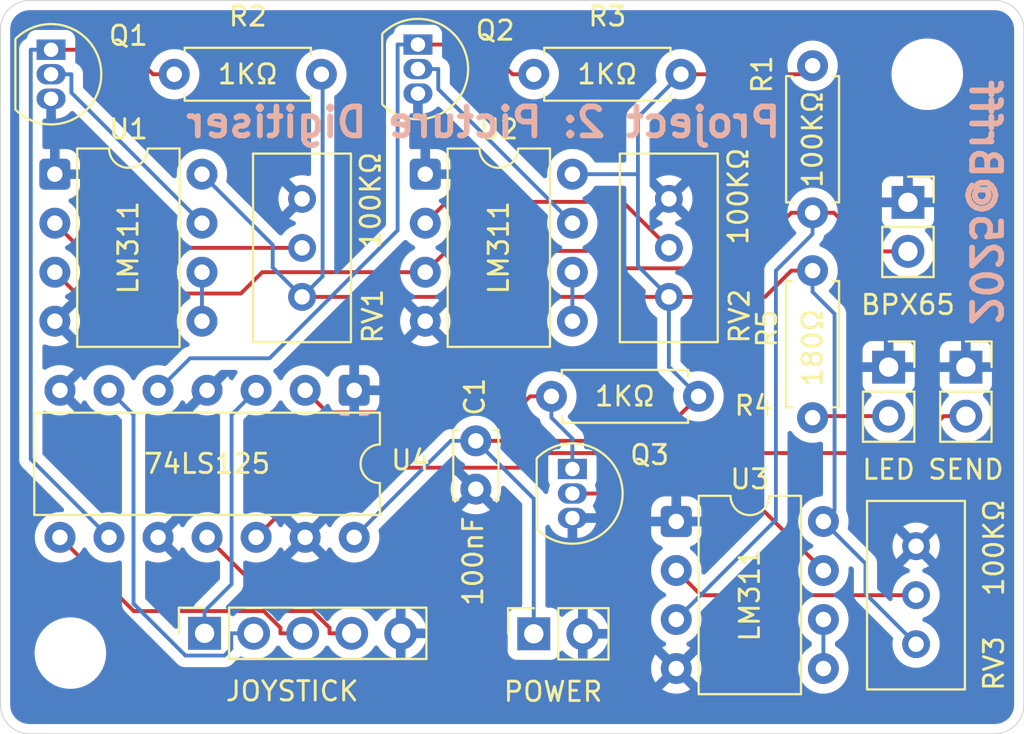
<source format=kicad_pcb>
(kicad_pcb (version 20241229) (generator "pcbnew") (generator_version "9.0")
  (layers (0 "F.Cu" signal) (2 "B.Cu" signal) (13 "F.Paste" user) (15 "B.Paste" user) (5 "F.SilkS" user "F.Silkscreen") (7 "B.SilkS" user "B.Silkscreen") (1 "F.Mask" user) (3 "B.Mask" user) (25 "Edge.Cuts" user))
  (net 0 "")
  (net 1 "+5V")
  (net 2 "GND")
  (net 3 "Net-(J1-Pin_2)")
  (net 4 "Net-(J2-Pin_3)")
  (net 5 "Net-(J2-Pin_4)")
  (net 6 "Net-(J2-Pin_1)")
  (net 7 "Net-(J2-Pin_2)")
  (net 8 "Net-(J4-Pin_2)")
  (net 9 "TO_D4")
  (net 10 "Net-(Q1-B)")
  (net 11 "Net-(Q2-B)")
  (net 12 "TO_D2")
  (net 13 "Net-(Q3-B)")
  (net 14 "TO_D0")
  (net 15 "Net-(U1-+)")
  (net 16 "Net-(U2-+)")
  (net 17 "Net-(U3-+)")
  (net 18 "Net-(J5-Pin_2)")
  (net 19 "Net-(U1-BAL)")
  (net 20 "Net-(U2-BAL)")
  (net 21 "Net-(U3-BAL)")
  (footprint "Package_DIP:DIP-8_W7.62mm" (layer "F.Cu") (at 79 63)
    (property "Reference" "U3" (at 3.805 -2.19 0) (layer "F.SilkS"))
    (property "Value" "LM311" (at 3.805 3.81 90) (layer "F.SilkS"))
    (fp_line (start 1.16 -1.33) (end 1.16 8.95) (stroke (width 0.12)) (layer "F.SilkS"))
    (fp_line (start 1.16 8.95) (end 6.46 8.95) (stroke (width 0.12)) (layer "F.SilkS"))
    (fp_line (start 2.81 -1.33) (end 1.16 -1.33) (stroke (width 0.12)) (layer "F.SilkS"))
    (fp_line (start 6.46 -1.33) (end 4.81 -1.33) (stroke (width 0.12)) (layer "F.SilkS"))
    (fp_line (start 6.46 8.95) (end 6.46 -1.33) (stroke (width 0.12)) (layer "F.SilkS"))
    (fp_arc (start 4.81 -1.33) (mid 3.81 -0.33) (end 2.81 -1.33) (stroke (width 0.12)) (layer "F.SilkS"))
    (pad "1" thru_hole roundrect (at 0 0) (size 1.6 1.6) (drill 0.8) (layers "*.Cu" "*.Mask") (roundrect_rratio 0.15625) (net 2 "GND"))
    (pad "2" thru_hole circle (at 0 2.54) (size 1.6 1.6) (drill 0.8) (layers "*.Cu" "*.Mask") (net 17 "Net-(U3-+)"))
    (pad "3" thru_hole circle (at 0 5.08) (size 1.6 1.6) (drill 0.8) (layers "*.Cu" "*.Mask") (net 3 "Net-(J1-Pin_2)"))
    (pad "4" thru_hole circle (at 0 7.62) (size 1.6 1.6) (drill 0.8) (layers "*.Cu" "*.Mask") (net 2 "GND"))
    (pad "5" thru_hole circle (at 7.62 7.62) (size 1.6 1.6) (drill 0.8) (layers "*.Cu" "*.Mask") (net 21 "Net-(U3-BAL)"))
    (pad "6" thru_hole circle (at 7.62 5.08) (size 1.6 1.6) (drill 0.8) (layers "*.Cu" "*.Mask") (net 21 "Net-(U3-BAL)"))
    (pad "7" thru_hole circle (at 7.62 2.54) (size 1.6 1.6) (drill 0.8) (layers "*.Cu" "*.Mask") (net 13 "Net-(Q3-B)"))
    (pad "8" thru_hole circle (at 7.62 0) (size 1.6 1.6) (drill 0.8) (layers "*.Cu" "*.Mask") (net 1 "+5V"))
  )
  (footprint "Package_DIP:DIP-8_W7.62mm" (layer "F.Cu") (at 46.815 45)
    (property "Reference" "U1" (at 3.81 -2.33 0) (layer "F.SilkS"))
    (property "Value" "LM311" (at 3.805 3.81 90) (layer "F.SilkS"))
    (fp_line (start 1.16 -1.33) (end 1.16 8.95) (stroke (width 0.12)) (layer "F.SilkS"))
    (fp_line (start 1.16 8.95) (end 6.46 8.95) (stroke (width 0.12)) (layer "F.SilkS"))
    (fp_line (start 2.81 -1.33) (end 1.16 -1.33) (stroke (width 0.12)) (layer "F.SilkS"))
    (fp_line (start 6.46 -1.33) (end 4.81 -1.33) (stroke (width 0.12)) (layer "F.SilkS"))
    (fp_line (start 6.46 8.95) (end 6.46 -1.33) (stroke (width 0.12)) (layer "F.SilkS"))
    (fp_arc (start 4.81 -1.33) (mid 3.81 -0.33) (end 2.81 -1.33) (stroke (width 0.12)) (layer "F.SilkS"))
    (pad "1" thru_hole roundrect (at 0 0) (size 1.6 1.6) (drill 0.8) (layers "*.Cu" "*.Mask") (roundrect_rratio 0.15625) (net 2 "GND"))
    (pad "2" thru_hole circle (at 0 2.54) (size 1.6 1.6) (drill 0.8) (layers "*.Cu" "*.Mask") (net 15 "Net-(U1-+)"))
    (pad "3" thru_hole circle (at 0 5.08) (size 1.6 1.6) (drill 0.8) (layers "*.Cu" "*.Mask") (net 3 "Net-(J1-Pin_2)"))
    (pad "4" thru_hole circle (at 0 7.62) (size 1.6 1.6) (drill 0.8) (layers "*.Cu" "*.Mask") (net 2 "GND"))
    (pad "5" thru_hole circle (at 7.62 7.62) (size 1.6 1.6) (drill 0.8) (layers "*.Cu" "*.Mask") (net 19 "Net-(U1-BAL)"))
    (pad "6" thru_hole circle (at 7.62 5.08) (size 1.6 1.6) (drill 0.8) (layers "*.Cu" "*.Mask") (net 19 "Net-(U1-BAL)"))
    (pad "7" thru_hole circle (at 7.62 2.54) (size 1.6 1.6) (drill 0.8) (layers "*.Cu" "*.Mask") (net 10 "Net-(Q1-B)"))
    (pad "8" thru_hole circle (at 7.62 0) (size 1.6 1.6) (drill 0.8) (layers "*.Cu" "*.Mask") (net 1 "+5V"))
  )
  (footprint "Potentiometer_THT:Potentiometer_Bourns_3296W_Vertical" (layer "F.Cu") (at 59.62 51.36 -90)
    (property "Reference" "RV1" (at 1 -3.66 90) (layer "F.SilkS"))
    (property "Value" "100KΩ" (at -5 -3.55 90) (layer "F.SilkS"))
    (fp_line (start -7.425 2.54) (end 2.345 2.54) (stroke (width 0.12)) (layer "F.SilkS"))
    (fp_line (start -7.425 -2.53) (end -7.425 2.54) (stroke (width 0.12)) (layer "F.SilkS"))
    (fp_line (start -7.425 -2.53) (end 2.345 -2.53) (stroke (width 0.12)) (layer "F.SilkS"))
    (fp_line (start 2.345 -2.53) (end 2.345 2.54) (stroke (width 0.12)) (layer "F.SilkS"))
    (pad "1" thru_hole circle (at 0 0 270) (size 1.44 1.44) (drill 0.8) (layers "*.Cu" "*.Mask") (net 1 "+5V"))
    (pad "2" thru_hole circle (at -2.54 0 270) (size 1.44 1.44) (drill 0.8) (layers "*.Cu" "*.Mask") (net 15 "Net-(U1-+)"))
    (pad "3" thru_hole circle (at -5.08 0 270) (size 1.44 1.44) (drill 0.8) (layers "*.Cu" "*.Mask") (net 2 "GND"))
  )
  (footprint "Resistor_THT:R_Axial_DIN0207_L6.3mm_D2.5mm_P7.62mm_Horizontal" (layer "F.Cu") (at 86.0601 39.38 -90)
    (property "Reference" "R1" (at 0.4484 2.62 90) (layer "F.SilkS"))
    (property "Value" "100KΩ" (at 3.81 0 90) (layer "F.SilkS"))
    (fp_line (start 0.54 1.37) (end 7.08 1.37) (stroke (width 0.12)) (layer "F.SilkS"))
    (fp_line (start 7.08 1.37) (end 7.08 1.04) (stroke (width 0.12)) (layer "F.SilkS"))
    (fp_line (start 0.54 1.04) (end 0.54 1.37) (stroke (width 0.12)) (layer "F.SilkS"))
    (fp_line (start 0.54 -1.04) (end 0.54 -1.37) (stroke (width 0.12)) (layer "F.SilkS"))
    (fp_line (start 0.54 -1.37) (end 7.08 -1.37) (stroke (width 0.12)) (layer "F.SilkS"))
    (fp_line (start 7.08 -1.37) (end 7.08 -1.04) (stroke (width 0.12)) (layer "F.SilkS"))
    (pad "1" thru_hole circle (at 0 0 270) (size 1.6 1.6) (drill 0.8) (layers "*.Cu" "*.Mask") (net 1 "+5V"))
    (pad "2" thru_hole oval (at 7.62 0 270) (size 1.6 1.6) (drill 0.8) (layers "*.Cu" "*.Mask") (net 3 "Net-(J1-Pin_2)"))
  )
  (footprint "Package_TO_SOT_THT:TO-92_Inline" (layer "F.Cu") (at 46.62 38.5516 -90)
    (property "Reference" "Q1" (at -0.73 -4 180) (layer "F.SilkS"))
    (property "Value" "ZTX300" (hide yes))
    (fp_line (start -0.53 1.85) (end 3.07 1.85) (stroke (width 0.12)) (layer "F.SilkS"))
    (fp_arc (start -0.568478 1.838478) (mid -1.132087 -0.994977) (end 1.27 -2.6) (stroke (width 0.12)) (layer "F.SilkS"))
    (fp_arc (start 1.27 -2.6) (mid 3.672087 -0.994977) (end 3.108478 1.838478) (stroke (width 0.12)) (layer "F.SilkS"))
    (pad "1" thru_hole rect (at 0 0 270) (size 1.05 1.5) (drill 0.75) (layers "*.Cu" "*.Mask") (net 9 "TO_D4"))
    (pad "2" thru_hole oval (at 1.27 0 270) (size 1.05 1.5) (drill 0.75) (layers "*.Cu" "*.Mask") (net 10 "Net-(Q1-B)"))
    (pad "3" thru_hole oval (at 2.54 0 270) (size 1.05 1.5) (drill 0.75) (layers "*.Cu" "*.Mask") (net 2 "GND"))
  )
  (footprint "Connector_PinSocket_2.54mm:PinSocket_1x05_P2.54mm_Vertical" (layer "F.Cu") (at 54.57 68.7966 90)
    (property "Reference" "J2" (hide yes))
    (property "Value" "JOYSTICK" (at -3 4.54 180) (layer "F.SilkS"))
    (fp_line (start 1.33 -1.33) (end 1.33 0) (stroke (width 0.12)) (layer "F.SilkS"))
    (fp_line (start 0 -1.33) (end 1.33 -1.33) (stroke (width 0.12)) (layer "F.SilkS"))
    (fp_line (start 1.33 1.27) (end 1.33 11.49) (stroke (width 0.12)) (layer "F.SilkS"))
    (fp_line (start -1.33 1.27) (end 1.33 1.27) (stroke (width 0.12)) (layer "F.SilkS"))
    (fp_line (start -1.33 1.27) (end -1.33 11.49) (stroke (width 0.12)) (layer "F.SilkS"))
    (fp_line (start -1.33 11.49) (end 1.33 11.49) (stroke (width 0.12)) (layer "F.SilkS"))
    (pad "1" thru_hole rect (at 0 0 90) (size 1.7 1.7) (drill 1) (layers "*.Cu" "*.Mask") (net 6 "Net-(J2-Pin_1)"))
    (pad "2" thru_hole oval (at 0 2.54 90) (size 1.7 1.7) (drill 1) (layers "*.Cu" "*.Mask") (net 7 "Net-(J2-Pin_2)"))
    (pad "3" thru_hole oval (at 0 5.08 90) (size 1.7 1.7) (drill 1) (layers "*.Cu" "*.Mask") (net 4 "Net-(J2-Pin_3)"))
    (pad "4" thru_hole oval (at 0 7.62 90) (size 1.7 1.7) (drill 1) (layers "*.Cu" "*.Mask") (net 5 "Net-(J2-Pin_4)"))
    (pad "5" thru_hole oval (at 0 10.16 90) (size 1.7 1.7) (drill 1) (layers "*.Cu" "*.Mask") (net 2 "GND"))
  )
  (footprint "Package_TO_SOT_THT:TO-92_Inline" (layer "F.Cu") (at 65.62 38.2816 -90)
    (property "Reference" "Q2" (at -0.73 -4 180) (layer "F.SilkS"))
    (property "Value" "ZTX300" (hide yes))
    (fp_line (start -0.53 1.85) (end 3.07 1.85) (stroke (width 0.12)) (layer "F.SilkS"))
    (fp_arc (start -0.568478 1.838478) (mid -1.132087 -0.994977) (end 1.27 -2.6) (stroke (width 0.12)) (layer "F.SilkS"))
    (fp_arc (start 1.27 -2.6) (mid 3.672087 -0.994977) (end 3.108478 1.838478) (stroke (width 0.12)) (layer "F.SilkS"))
    (pad "1" thru_hole rect (at 0 0 270) (size 1.05 1.5) (drill 0.75) (layers "*.Cu" "*.Mask") (net 12 "TO_D2"))
    (pad "2" thru_hole oval (at 1.27 0 270) (size 1.05 1.5) (drill 0.75) (layers "*.Cu" "*.Mask") (net 11 "Net-(Q2-B)"))
    (pad "3" thru_hole oval (at 2.54 0 270) (size 1.05 1.5) (drill 0.75) (layers "*.Cu" "*.Mask") (net 2 "GND"))
  )
  (footprint "Resistor_THT:R_Axial_DIN0207_L6.3mm_D2.5mm_P7.62mm_Horizontal" (layer "F.Cu") (at 86.0601 57.62 90)
    (property "Reference" "R5" (at 4.62 -2.37 90) (layer "F.SilkS"))
    (property "Value" "180Ω" (at 3.62 0 90) (layer "F.SilkS"))
    (fp_line (start 7.08 -1.37) (end 7.08 -1.04) (stroke (width 0.12)) (layer "F.SilkS"))
    (fp_line (start 0.54 -1.37) (end 7.08 -1.37) (stroke (width 0.12)) (layer "F.SilkS"))
    (fp_line (start 0.54 -1.04) (end 0.54 -1.37) (stroke (width 0.12)) (layer "F.SilkS"))
    (fp_line (start 0.54 1.04) (end 0.54 1.37) (stroke (width 0.12)) (layer "F.SilkS"))
    (fp_line (start 7.08 1.37) (end 7.08 1.04) (stroke (width 0.12)) (layer "F.SilkS"))
    (fp_line (start 0.54 1.37) (end 7.08 1.37) (stroke (width 0.12)) (layer "F.SilkS"))
    (pad "1" thru_hole circle (at 0 0 90) (size 1.6 1.6) (drill 0.8) (layers "*.Cu" "*.Mask") (net 8 "Net-(J4-Pin_2)"))
    (pad "2" thru_hole oval (at 7.62 0 90) (size 1.6 1.6) (drill 0.8) (layers "*.Cu" "*.Mask") (net 1 "+5V"))
  )
  (footprint "Resistor_THT:R_Axial_DIN0207_L6.3mm_D2.5mm_P7.62mm_Horizontal" (layer "F.Cu") (at 60.62 39.8216 180)
    (property "Reference" "R2" (at 3.81 3 0) (layer "F.SilkS"))
    (property "Value" "1KΩ" (at 3.81 0 0) (layer "F.SilkS"))
    (fp_line (start 7.08 1.37) (end 7.08 1.04) (stroke (width 0.12)) (layer "F.SilkS"))
    (fp_line (start 7.08 -1.37) (end 7.08 -1.04) (stroke (width 0.12)) (layer "F.SilkS"))
    (fp_line (start 0.54 1.37) (end 7.08 1.37) (stroke (width 0.12)) (layer "F.SilkS"))
    (fp_line (start 0.54 1.04) (end 0.54 1.37) (stroke (width 0.12)) (layer "F.SilkS"))
    (fp_line (start 0.54 -1.04) (end 0.54 -1.37) (stroke (width 0.12)) (layer "F.SilkS"))
    (fp_line (start 0.54 -1.37) (end 7.08 -1.37) (stroke (width 0.12)) (layer "F.SilkS"))
    (pad "1" thru_hole circle (at 0 0 180) (size 1.6 1.6) (drill 0.8) (layers "*.Cu" "*.Mask") (net 1 "+5V"))
    (pad "2" thru_hole oval (at 7.62 0 180) (size 1.6 1.6) (drill 0.8) (layers "*.Cu" "*.Mask") (net 9 "TO_D4"))
  )
  (footprint "Package_DIP:DIP-8_W7.62mm" (layer "F.Cu") (at 66 45)
    (property "Reference" "U2" (at 3.81 -2.33 0) (layer "F.SilkS"))
    (property "Value" "LM311" (at 3.805 3.81 90) (layer "F.SilkS"))
    (fp_line (start 1.16 -1.33) (end 1.16 8.95) (stroke (width 0.12)) (layer "F.SilkS"))
    (fp_line (start 1.16 8.95) (end 6.46 8.95) (stroke (width 0.12)) (layer "F.SilkS"))
    (fp_line (start 2.81 -1.33) (end 1.16 -1.33) (stroke (width 0.12)) (layer "F.SilkS"))
    (fp_line (start 6.46 -1.33) (end 4.81 -1.33) (stroke (width 0.12)) (layer "F.SilkS"))
    (fp_line (start 6.46 8.95) (end 6.46 -1.33) (stroke (width 0.12)) (layer "F.SilkS"))
    (fp_arc (start 4.81 -1.33) (mid 3.81 -0.33) (end 2.81 -1.33) (stroke (width 0.12)) (layer "F.SilkS"))
    (pad "1" thru_hole roundrect (at 0 0) (size 1.6 1.6) (drill 0.8) (layers "*.Cu" "*.Mask") (roundrect_rratio 0.15625) (net 2 "GND"))
    (pad "2" thru_hole circle (at 0 2.54) (size 1.6 1.6) (drill 0.8) (layers "*.Cu" "*.Mask") (net 16 "Net-(U2-+)"))
    (pad "3" thru_hole circle (at 0 5.08) (size 1.6 1.6) (drill 0.8) (layers "*.Cu" "*.Mask") (net 3 "Net-(J1-Pin_2)"))
    (pad "4" thru_hole circle (at 0 7.62) (size 1.6 1.6) (drill 0.8) (layers "*.Cu" "*.Mask") (net 2 "GND"))
    (pad "5" thru_hole circle (at 7.62 7.62) (size 1.6 1.6) (drill 0.8) (layers "*.Cu" "*.Mask") (net 20 "Net-(U2-BAL)"))
    (pad "6" thru_hole circle (at 7.62 5.08) (size 1.6 1.6) (drill 0.8) (layers "*.Cu" "*.Mask") (net 20 "Net-(U2-BAL)"))
    (pad "7" thru_hole circle (at 7.62 2.54) (size 1.6 1.6) (drill 0.8) (layers "*.Cu" "*.Mask") (net 11 "Net-(Q2-B)"))
    (pad "8" thru_hole circle (at 7.62 0) (size 1.6 1.6) (drill 0.8) (layers "*.Cu" "*.Mask") (net 1 "+5V"))
  )
  (footprint "MountingHole:MountingHole_3.2mm_M3" (layer "F.Cu") (at 92 39.8216)
    (property "Reference" "H2" (hide yes))
    (property "Value" "MountingHole" (hide yes))
    (pad "" np_thru_hole circle (at 0 0) (size 3.2 3.2) (drill 3.2) (layers "*.Cu" "*.Mask"))
  )
  (footprint "Connector_PinSocket_2.54mm:PinSocket_1x02_P2.54mm_Vertical" (layer "F.Cu") (at 71.62 68.8216 90)
    (property "Reference" "J3" (hide yes))
    (property "Value" "POWER" (at -3 1 180) (layer "F.SilkS"))
    (fp_line (start 1.33 -1.33) (end 1.33 0) (stroke (width 0.12)) (layer "F.SilkS"))
    (fp_line (start 0 -1.33) (end 1.33 -1.33) (stroke (width 0.12)) (layer "F.SilkS"))
    (fp_line (start 1.33 1.27) (end 1.33 3.87) (stroke (width 0.12)) (layer "F.SilkS"))
    (fp_line (start -1.33 1.27) (end 1.33 1.27) (stroke (width 0.12)) (layer "F.SilkS"))
    (fp_line (start -1.33 1.27) (end -1.33 3.87) (stroke (width 0.12)) (layer "F.SilkS"))
    (fp_line (start -1.33 3.87) (end 1.33 3.87) (stroke (width 0.12)) (layer "F.SilkS"))
    (pad "1" thru_hole rect (at 0 0 90) (size 1.7 1.7) (drill 1) (layers "*.Cu" "*.Mask") (net 1 "+5V"))
    (pad "2" thru_hole oval (at 0 2.54 90) (size 1.7 1.7) (drill 1) (layers "*.Cu" "*.Mask") (net 2 "GND"))
  )
  (footprint "Potentiometer_THT:Potentiometer_Bourns_3296W_Vertical" (layer "F.Cu") (at 91.4209 69.36 -90)
    (property "Reference" "RV3" (at 1 -4.0305 90) (layer "F.SilkS"))
    (property "Value" "100KΩ" (at -5 -4.0305 90) (layer "F.SilkS"))
    (fp_line (start -7.425 2.54) (end 2.345 2.54) (stroke (width 0.12)) (layer "F.SilkS"))
    (fp_line (start -7.425 -2.53) (end -7.425 2.54) (stroke (width 0.12)) (layer "F.SilkS"))
    (fp_line (start -7.425 -2.53) (end 2.345 -2.53) (stroke (width 0.12)) (layer "F.SilkS"))
    (fp_line (start 2.345 -2.53) (end 2.345 2.54) (stroke (width 0.12)) (layer "F.SilkS"))
    (pad "1" thru_hole circle (at 0 0 270) (size 1.44 1.44) (drill 0.8) (layers "*.Cu" "*.Mask") (net 1 "+5V"))
    (pad "2" thru_hole circle (at -2.54 0 270) (size 1.44 1.44) (drill 0.8) (layers "*.Cu" "*.Mask") (net 17 "Net-(U3-+)"))
    (pad "3" thru_hole circle (at -5.08 0 270) (size 1.44 1.44) (drill 0.8) (layers "*.Cu" "*.Mask") (net 2 "GND"))
  )
  (footprint "Resistor_THT:R_Axial_DIN0207_L6.3mm_D2.5mm_P7.62mm_Horizontal" (layer "F.Cu") (at 80.1522 56.5147 180)
    (property "Reference" "R4" (at -2.847777 -0.485328 0) (layer "F.SilkS"))
    (property "Value" "1KΩ" (at 3.81 0 0) (layer "F.SilkS"))
    (fp_line (start 7.08 1.37) (end 7.08 1.04) (stroke (width 0.12)) (layer "F.SilkS"))
    (fp_line (start 7.08 -1.37) (end 7.08 -1.04) (stroke (width 0.12)) (layer "F.SilkS"))
    (fp_line (start 0.54 1.37) (end 7.08 1.37) (stroke (width 0.12)) (layer "F.SilkS"))
    (fp_line (start 0.54 1.04) (end 0.54 1.37) (stroke (width 0.12)) (layer "F.SilkS"))
    (fp_line (start 0.54 -1.04) (end 0.54 -1.37) (stroke (width 0.12)) (layer "F.SilkS"))
    (fp_line (start 0.54 -1.37) (end 7.08 -1.37) (stroke (width 0.12)) (layer "F.SilkS"))
    (pad "1" thru_hole circle (at 0 0 180) (size 1.6 1.6) (drill 0.8) (layers "*.Cu" "*.Mask") (net 1 "+5V"))
    (pad "2" thru_hole oval (at 7.62 0 180) (size 1.6 1.6) (drill 0.8) (layers "*.Cu" "*.Mask") (net 14 "TO_D0"))
  )
  (footprint "Capacitor_THT:C_Disc_D3.4mm_W2.1mm_P2.50mm" (layer "F.Cu") (at 68.62 58.8216 -90)
    (property "Reference" "C1" (at -2.284562 0.058159 90) (layer "F.SilkS"))
    (property "Value" "100nF" (at 6.231487 0.14409 90) (layer "F.SilkS"))
    (fp_line (start -0.57 1.17) (end 3.07 1.17) (stroke (width 0.12)) (layer "F.SilkS"))
    (fp_line (start -0.57 0.925) (end -0.57 1.17) (stroke (width 0.12)) (layer "F.SilkS"))
    (fp_line (start 3.07 0.925) (end 3.07 1.17) (stroke (width 0.12)) (layer "F.SilkS"))
    (fp_line (start -0.57 -1.17) (end -0.57 -0.925) (stroke (width 0.12)) (layer "F.SilkS"))
    (fp_line (start -0.57 -1.17) (end 3.07 -1.17) (stroke (width 0.12)) (layer "F.SilkS"))
    (fp_line (start 3.07 -1.17) (end 3.07 -0.925) (stroke (width 0.12)) (layer "F.SilkS"))
    (pad "1" thru_hole circle (at 0 0 270) (size 1.6 1.6) (drill 0.8) (layers "*.Cu" "*.Mask") (net 1 "+5V"))
    (pad "2" thru_hole circle (at 2.5 0 270) (size 1.6 1.6) (drill 0.8) (layers "*.Cu" "*.Mask") (net 2 "GND"))
  )
  (footprint "Package_DIP:DIP-14_W7.62mm" (layer "F.Cu") (at 62.32 56.2016 -90)
    (property "Reference" "U4" (at 3.62 -2.92 180) (layer "F.SilkS"))
    (property "Value" "74LS125" (at 3.805 7.62 0) (layer "F.SilkS"))
    (fp_line (start 1.16 16.57) (end 6.46 16.57) (stroke (width 0.12)) (layer "F.SilkS"))
    (fp_line (start 6.46 16.57) (end 6.46 -1.33) (stroke (width 0.12)) (layer "F.SilkS"))
    (fp_line (start 1.16 -1.33) (end 1.16 16.57) (stroke (width 0.12)) (layer "F.SilkS"))
    (fp_line (start 2.81 -1.33) (end 1.16 -1.33) (stroke (width 0.12)) (layer "F.SilkS"))
    (fp_line (start 6.46 -1.33) (end 4.81 -1.33) (stroke (width 0.12)) (layer "F.SilkS"))
    (fp_arc (start 4.81 -1.33) (mid 3.81 -0.33) (end 2.81 -1.33) (stroke (width 0.12)) (layer "F.SilkS"))
    (pad "1" thru_hole roundrect (at 0 0 270) (size 1.6 1.6) (drill 0.8) (layers "*.Cu" "*.Mask") (roundrect_rratio 0.15625) (net 2 "GND"))
    (pad "2" thru_hole circle (at 0 2.54 270) (size 1.6 1.6) (drill 0.8) (layers "*.Cu" "*.Mask") (net 14 "TO_D0"))
    (pad "3" thru_hole circle (at 0 5.08 270) (size 1.6 1.6) (drill 0.8) (layers "*.Cu" "*.Mask") (net 6 "Net-(J2-Pin_1)"))
    (pad "4" thru_hole circle (at 0 7.62 270) (size 1.6 1.6) (drill 0.8) (layers "*.Cu" "*.Mask") (net 2 "GND"))
    (pad "5" thru_hole circle (at 0 10.16 270) (size 1.6 1.6) (drill 0.8) (layers "*.Cu" "*.Mask") (net 12 "TO_D2"))
    (pad "6" thru_hole circle (at 0 12.7 270) (size 1.6 1.6) (drill 0.8) (layers "*.Cu" "*.Mask") (net 7 "Net-(J2-Pin_2)"))
    (pad "7" thru_hole circle (at 0 15.24 270) (size 1.6 1.6) (drill 0.8) (layers "*.Cu" "*.Mask") (net 2 "GND"))
    (pad "8" thru_hole circle (at 7.62 15.24 270) (size 1.6 1.6) (drill 0.8) (layers "*.Cu" "*.Mask") (net 4 "Net-(J2-Pin_3)"))
    (pad "9" thru_hole circle (at 7.62 12.7 270) (size 1.6 1.6) (drill 0.8) (layers "*.Cu" "*.Mask") (net 9 "TO_D4"))
    (pad "10" thru_hole circle (at 7.62 10.16 270) (size 1.6 1.6) (drill 0.8) (layers "*.Cu" "*.Mask") (net 2 "GND"))
    (pad "11" thru_hole circle (at 7.62 7.62 270) (size 1.6 1.6) (drill 0.8) (layers "*.Cu" "*.Mask") (net 5 "Net-(J2-Pin_4)"))
    (pad "12" thru_hole circle (at 7.62 5.08 270) (size 1.6 1.6) (drill 0.8) (layers "*.Cu" "*.Mask") (net 18 "Net-(J5-Pin_2)"))
    (pad "13" thru_hole circle (at 7.62 2.54 270) (size 1.6 1.6) (drill 0.8) (layers "*.Cu" "*.Mask") (net 2 "GND"))
    (pad "14" thru_hole circle (at 7.62 0 270) (size 1.6 1.6) (drill 0.8) (layers "*.Cu" "*.Mask") (net 1 "+5V"))
  )
  (footprint "Connector_PinSocket_2.54mm:PinSocket_1x02_P2.54mm_Vertical" (layer "F.Cu") (at 91 46.46)
    (property "Reference" "J1" (hide yes))
    (property "Value" "BPX65" (at 0 5.31 0) (layer "F.SilkS"))
    (fp_line (start -1.33 1.27) (end -1.33 3.87) (stroke (width 0.12)) (layer "F.SilkS"))
    (fp_line (start -1.33 1.27) (end 1.33 1.27) (stroke (width 0.12)) (layer "F.SilkS"))
    (fp_line (start -1.33 3.87) (end 1.33 3.87) (stroke (width 0.12)) (layer "F.SilkS"))
    (fp_line (start 0 -1.33) (end 1.33 -1.33) (stroke (width 0.12)) (layer "F.SilkS"))
    (fp_line (start 1.33 -1.33) (end 1.33 0) (stroke (width 0.12)) (layer "F.SilkS"))
    (fp_line (start 1.33 1.27) (end 1.33 3.87) (stroke (width 0.12)) (layer "F.SilkS"))
    (pad "1" thru_hole rect (at 0 0) (size 1.7 1.7) (drill 1) (layers "*.Cu" "*.Mask") (net 2 "GND"))
    (pad "2" thru_hole oval (at 0 2.54) (size 1.7 1.7) (drill 1) (layers "*.Cu" "*.Mask") (net 3 "Net-(J1-Pin_2)"))
  )
  (footprint "Potentiometer_THT:Potentiometer_Bourns_3296W_Vertical" (layer "F.Cu") (at 78.6172 51.36 -90)
    (property "Reference" "RV2" (at 1 -3.66 90) (layer "F.SilkS"))
    (property "Value" "100KΩ" (at -5.216653 -3.594084 90) (layer "F.SilkS"))
    (fp_line (start -7.425 2.54) (end 2.345 2.54) (stroke (width 0.12)) (layer "F.SilkS"))
    (fp_line (start -7.425 -2.53) (end -7.425 2.54) (stroke (width 0.12)) (layer "F.SilkS"))
    (fp_line (start -7.425 -2.53) (end 2.345 -2.53) (stroke (width 0.12)) (layer "F.SilkS"))
    (fp_line (start 2.345 -2.53) (end 2.345 2.54) (stroke (width 0.12)) (layer "F.SilkS"))
    (pad "1" thru_hole circle (at 0 0 270) (size 1.44 1.44) (drill 0.8) (layers "*.Cu" "*.Mask") (net 1 "+5V"))
    (pad "2" thru_hole circle (at -2.54 0 270) (size 1.44 1.44) (drill 0.8) (layers "*.Cu" "*.Mask") (net 16 "Net-(U2-+)"))
    (pad "3" thru_hole circle (at -5.08 0 270) (size 1.44 1.44) (drill 0.8) (layers "*.Cu" "*.Mask") (net 2 "GND"))
  )
  (footprint "Resistor_THT:R_Axial_DIN0207_L6.3mm_D2.5mm_P7.62mm_Horizontal" (layer "F.Cu") (at 79.24 39.8216 180)
    (property "Reference" "R3" (at 3.81 3 0) (layer "F.SilkS"))
    (property "Value" "1KΩ" (at 3.81 0 0) (layer "F.SilkS"))
    (fp_line (start 7.08 1.37) (end 7.08 1.04) (stroke (width 0.12)) (layer "F.SilkS"))
    (fp_line (start 7.08 -1.37) (end 7.08 -1.04) (stroke (width 0.12)) (layer "F.SilkS"))
    (fp_line (start 0.54 1.37) (end 7.08 1.37) (stroke (width 0.12)) (layer "F.SilkS"))
    (fp_line (start 0.54 1.04) (end 0.54 1.37) (stroke (width 0.12)) (layer "F.SilkS"))
    (fp_line (start 0.54 -1.04) (end 0.54 -1.37) (stroke (width 0.12)) (layer "F.SilkS"))
    (fp_line (start 0.54 -1.37) (end 7.08 -1.37) (stroke (width 0.12)) (layer "F.SilkS"))
    (pad "1" thru_hole circle (at 0 0 180) (size 1.6 1.6) (drill 0.8) (layers "*.Cu" "*.Mask") (net 1 "+5V"))
    (pad "2" thru_hole oval (at 7.62 0 180) (size 1.6 1.6) (drill 0.8) (layers "*.Cu" "*.Mask") (net 12 "TO_D2"))
  )
  (footprint "Package_TO_SOT_THT:TO-92_Inline" (layer "F.Cu") (at 73.62 60.2816 -90)
    (property "Reference" "Q3" (at -0.73 -4 180) (layer "F.SilkS"))
    (property "Value" "ZTX300" (hide yes))
    (fp_line (start -0.53 1.85) (end 3.07 1.85) (stroke (width 0.12)) (layer "F.SilkS"))
    (fp_arc (start -0.568478 1.838478) (mid -1.132087 -0.994977) (end 1.27 -2.6) (stroke (width 0.12)) (layer "F.SilkS"))
    (fp_arc (start 1.27 -2.6) (mid 3.672087 -0.994977) (end 3.108478 1.838478) (stroke (width 0.12)) (layer "F.SilkS"))
    (pad "1" thru_hole rect (at 0 0 270) (size 1.05 1.5) (drill 0.75) (layers "*.Cu" "*.Mask") (net 14 "TO_D0"))
    (pad "2" thru_hole oval (at 1.27 0 270) (size 1.05 1.5) (drill 0.75) (layers "*.Cu" "*.Mask") (net 13 "Net-(Q3-B)"))
    (pad "3" thru_hole oval (at 2.54 0 270) (size 1.05 1.5) (drill 0.75) (layers "*.Cu" "*.Mask") (net 2 "GND"))
  )
  (footprint "Connector_PinSocket_2.54mm:PinSocket_1x02_P2.54mm_Vertical" (layer "F.Cu") (at 90 55)
    (property "Reference" "J4" (hide yes))
    (property "Value" "LED" (at 0 5.31 0) (layer "F.SilkS"))
    (fp_line (start -1.33 1.27) (end -1.33 3.87) (stroke (width 0.12)) (layer "F.SilkS"))
    (fp_line (start -1.33 1.27) (end 1.33 1.27) (stroke (width 0.12)) (layer "F.SilkS"))
    (fp_line (start -1.33 3.87) (end 1.33 3.87) (stroke (width 0.12)) (layer "F.SilkS"))
    (fp_line (start 0 -1.33) (end 1.33 -1.33) (stroke (width 0.12)) (layer "F.SilkS"))
    (fp_line (start 1.33 -1.33) (end 1.33 0) (stroke (width 0.12)) (layer "F.SilkS"))
    (fp_line (start 1.33 1.27) (end 1.33 3.87) (stroke (width 0.12)) (layer "F.SilkS"))
    (pad "1" thru_hole rect (at 0 0) (size 1.7 1.7) (drill 1) (layers "*.Cu" "*.Mask") (net 2 "GND"))
    (pad "2" thru_hole oval (at 0 2.54) (size 1.7 1.7) (drill 1) (layers "*.Cu" "*.Mask") (net 8 "Net-(J4-Pin_2)"))
  )
  (footprint "MountingHole:MountingHole_3.2mm_M3" (layer "F.Cu") (at 47.62 69.8216)
    (property "Reference" "H1" (hide yes))
    (property "Value" "MountingHole" (hide yes))
    (pad "" np_thru_hole circle (at 0 0) (size 3.2 3.2) (drill 3.2) (layers "*.Cu" "*.Mask"))
  )
  (footprint "Connector_PinSocket_2.54mm:PinSocket_1x02_P2.54mm_Vertical" (layer "F.Cu") (at 94 55)
    (property "Reference" "J5" (hide yes))
    (property "Value" "SEND" (at 0 5.31 0) (layer "F.SilkS"))
    (fp_line (start -1.33 1.27) (end -1.33 3.87) (stroke (width 0.12)) (layer "F.SilkS"))
    (fp_line (start -1.33 1.27) (end 1.33 1.27) (stroke (width 0.12)) (layer "F.SilkS"))
    (fp_line (start -1.33 3.87) (end 1.33 3.87) (stroke (width 0.12)) (layer "F.SilkS"))
    (fp_line (start 0 -1.33) (end 1.33 -1.33) (stroke (width 0.12)) (layer "F.SilkS"))
    (fp_line (start 1.33 -1.33) (end 1.33 0) (stroke (width 0.12)) (layer "F.SilkS"))
    (fp_line (start 1.33 1.27) (end 1.33 3.87) (stroke (width 0.12)) (layer "F.SilkS"))
    (pad "1" thru_hole rect (at 0 0) (size 1.7 1.7) (drill 1) (layers "*.Cu" "*.Mask") (net 2 "GND"))
    (pad "2" thru_hole oval (at 0 2.54) (size 1.7 1.7) (drill 1) (layers "*.Cu" "*.Mask") (net 18 "Net-(J5-Pin_2)"))
  )
  (gr_line (start 97 37.5) (end 97 72.5) (stroke (width 0.05)) (layer "Edge.Cuts"))
  (gr_arc (start 97 72.5) (mid 96.56066 73.56066) (end 95.5 74) (stroke (width 0.05)) (layer "Edge.Cuts"))
  (gr_line (start 95.5 74) (end 45.5 74) (stroke (width 0.05)) (layer "Edge.Cuts"))
  (gr_arc (start 95.5 36) (mid 96.56066 36.43934) (end 97 37.5) (stroke (width 0.05)) (layer "Edge.Cuts"))
  (gr_line (start 44 72.5) (end 44 37.5) (stroke (width 0.05)) (layer "Edge.Cuts"))
  (gr_arc (start 44 37.5) (mid 44.43934 36.43934) (end 45.5 36) (stroke (width 0.05)) (layer "Edge.Cuts"))
  (gr_line (start 45.5 36) (end 95.5 36) (stroke (width 0.05)) (layer "Edge.Cuts"))
  (gr_arc (start 45.5 74) (mid 44.43934 73.56066) (end 44 72.5) (stroke (width 0.05)) (layer "Edge.Cuts"))
  (gr_text "2025@Brfff" (at 95 53 270) (layer "B.SilkS") (effects (font (size 1.5 1.5) (thickness 0.3) (bold yes)) (justify left mirror)))
  (gr_text "Project 2: Picture Digitiser" (at 84.5601 43.19 0) (layer "B.SilkS") (effects (font (size 1.5 1.5) (thickness 0.3) (bold yes)) (justify left bottom mirror)))
  (segment (start 77.8453 58.8216) (end 68.62 58.8216) (width 0.2) (layer "F.Cu") (net 1))
  (segment (start 86.0601 50) (end 84.9584 50) (width 0.2) (layer "F.Cu") (net 1))
  (segment (start 78.6172 51.36) (end 83.5984 51.36) (width 0.2) (layer "F.Cu") (net 1))
  (segment (start 80.1522 56.5147) (end 77.8453 58.8216) (width 0.2) (layer "F.Cu") (net 1))
  (segment (start 79.24 39.8216) (end 85.6185 39.8216) (width 0.2) (layer "F.Cu") (net 1))
  (segment (start 83.5984 51.36) (end 84.9584 50) (width 0.2) (layer "F.Cu") (net 1))
  (segment (start 59.62 51.36) (end 78.6172 51.36) (width 0.2) (layer "F.Cu") (net 1))
  (segment (start 85.6185 39.8216) (end 86.0601 39.38) (width 0.2) (layer "F.Cu") (net 1))
  (segment (start 87.1999 52.2415) (end 86.0601 51.1017) (width 0.2) (layer "B.Cu") (net 1))
  (segment (start 87.1999 62.4201) (end 87.1999 52.2415) (width 0.2) (layer "B.Cu") (net 1))
  (segment (start 60.62 39.8216) (end 60.685 39.8866) (width 0.2) (layer "B.Cu") (net 1))
  (segment (start 67.32 58.8216) (end 68.62 58.8216) (width 0.2) (layer "B.Cu") (net 1))
  (segment (start 58.1002 49.8402) (end 59.62 51.36) (width 0.2) (layer "B.Cu") (net 1))
  (segment (start 80.1522 56.5147) (end 78.6172 54.9797) (width 0.2) (layer "B.Cu") (net 1))
  (segment (start 71.62 68.8216) (end 71.62 61.8216) (width 0.2) (layer "B.Cu") (net 1))
  (segment (start 78.6172 54.9797) (end 78.6172 51.36) (width 0.2) (layer "B.Cu") (net 1))
  (segment (start 54.435 45) (end 58.1002 48.6652) (width 0.2) (layer "B.Cu") (net 1))
  (segment (start 73.62 45) (end 77.0147 45) (width 0.2) (layer "B.Cu") (net 1))
  (segment (start 77.0147 49.7575) (end 77.0147 45) (width 0.2) (layer "B.Cu") (net 1))
  (segment (start 58.1002 48.6652) (end 58.1002 49.8402) (width 0.2) (layer "B.Cu") (net 1))
  (segment (start 88.7994 66.7385) (end 88.7994 65.1794) (width 0.2) (layer "B.Cu") (net 1))
  (segment (start 71.62 61.8216) (end 68.62 58.8216) (width 0.2) (layer "B.Cu") (net 1))
  (segment (start 60.685 50.295) (end 59.62 51.36) (width 0.2) (layer "B.Cu") (net 1))
  (segment (start 86.62 63) (end 87.1999 62.4201) (width 0.2) (layer "B.Cu") (net 1))
  (segment (start 77.0147 42.0469) (end 79.24 39.8216) (width 0.2) (layer "B.Cu") (net 1))
  (segment (start 77.0147 45) (end 77.0147 42.0469) (width 0.2) (layer "B.Cu") (net 1))
  (segment (start 88.7994 65.1794) (end 86.62 63) (width 0.2) (layer "B.Cu") (net 1))
  (segment (start 86.0601 50) (end 86.0601 51.1017) (width 0.2) (layer "B.Cu") (net 1))
  (segment (start 62.32 63.8216) (end 67.32 58.8216) (width 0.2) (layer "B.Cu") (net 1))
  (segment (start 91.4209 69.36) (end 88.7994 66.7385) (width 0.2) (layer "B.Cu") (net 1))
  (segment (start 78.6172 51.36) (end 77.0147 49.7575) (width 0.2) (layer "B.Cu") (net 1))
  (segment (start 60.685 39.8866) (end 60.685 50.295) (width 0.2) (layer "B.Cu") (net 1))
  (segment (start 57.5566 50.08) (end 66 50.08) (width 0.2) (layer "F.Cu") (net 3))
  (segment (start 86.611 47) (end 87.1618 47) (width 0.2) (layer "F.Cu") (net 3))
  (segment (start 84.9584 47) (end 82.0804 49.878) (width 0.2) (layer "F.Cu") (net 3))
  (segment (start 82.0804 49.878) (end 75.9953 49.878) (width 0.2) (layer "F.Cu") (net 3))
  (segment (start 86.611 47) (end 86.0601 47) (width 0.2) (layer "F.Cu") (net 3))
  (segment (start 91 49) (end 89.1618 49) (width 0.2) (layer "F.Cu") (net 3))
  (segment (start 75.0948 48.9775) (end 67.1025 48.9775) (width 0.2) (layer "F.Cu") (net 3))
  (segment (start 89.1618 49) (end 87.1618 47) (width 0.2) (layer "F.Cu") (net 3))
  (segment (start 47.9194 51.1844) (end 56.4522 51.1844) (width 0.2) (layer "F.Cu") (net 3))
  (segment (start 75.9953 49.878) (end 75.0948 48.9775) (width 0.2) (layer "F.Cu") (net 3))
  (segment (start 56.4522 51.1844) (end 57.5566 50.08) (width 0.2) (layer "F.Cu") (net 3))
  (segment (start 86.0601 47) (end 84.9584 47) (width 0.2) (layer "F.Cu") (net 3))
  (segment (start 46.815 50.08) (end 47.9194 51.1844) (width 0.2) (layer "F.Cu") (net 3))
  (segment (start 67.1025 48.9775) (end 66 50.08) (width 0.2) (layer "F.Cu") (net 3))
  (segment (start 84.1603 50.0015) (end 86.0601 48.1017) (width 0.2) (layer "B.Cu") (net 3))
  (segment (start 84.1603 62.9197) (end 84.1603 50.0015) (width 0.2) (layer "B.Cu") (net 3))
  (segment (start 79 68.08) (end 84.1603 62.9197) (width 0.2) (layer "B.Cu") (net 3))
  (segment (start 86.0601 47) (end 86.0601 48.1017) (width 0.2) (layer "B.Cu") (net 3))
  (segment (start 58.4983 68.7966) (end 58.4983 68.5086) (width 0.2) (layer "F.Cu") (net 4))
  (segment (start 59.65 68.7966) (end 58.4983 68.7966) (width 0.2) (layer "F.Cu") (net 4))
  (segment (start 57.6346 67.6449) (end 50.9033 67.6449) (width 0.2) (layer "F.Cu") (net 4))
  (segment (start 58.4983 68.5086) (end 57.6346 67.6449) (width 0.2) (layer "F.Cu") (net 4))
  (segment (start 50.9033 67.6449) (end 47.08 63.8216) (width 0.2) (layer "F.Cu") (net 4))
  (segment (start 60.1746 67.6449) (end 58.5233 67.6449) (width 0.2) (layer "F.Cu") (net 5))
  (segment (start 61.0383 68.7966) (end 61.0383 68.5086) (width 0.2) (layer "F.Cu") (net 5))
  (segment (start 61.0383 68.5086) (end 60.1746 67.6449) (width 0.2) (layer "F.Cu") (net 5))
  (segment (start 58.5233 67.6449) (end 54.7 63.8216) (width 0.2) (layer "F.Cu") (net 5))
  (segment (start 62.19 68.7966) (end 61.0383 68.7966) (width 0.2) (layer "F.Cu") (net 5))
  (segment (start 55.97 57.4716) (end 57.24 56.2016) (width 0.2) (layer "B.Cu") (net 6))
  (segment (start 55.97 66.2449) (end 55.97 57.4716) (width 0.2) (layer "B.Cu") (net 6))
  (segment (start 54.57 68.7966) (end 54.57 67.6449) (width 0.2) (layer "B.Cu") (net 6))
  (segment (start 54.57 67.6449) (end 55.97 66.2449) (width 0.2) (layer "B.Cu") (net 6))
  (segment (start 55.5984 69.9483) (end 53.5799 69.9483) (width 0.2) (layer "B.Cu") (net 7))
  (segment (start 57.11 68.7966) (end 55.9583 68.7966) (width 0.2) (layer "B.Cu") (net 7))
  (segment (start 55.9583 68.7966) (end 55.9583 69.5884) (width 0.2) (layer "B.Cu") (net 7))
  (segment (start 53.5799 69.9483) (end 50.89 67.2584) (width 0.2) (layer "B.Cu") (net 7))
  (segment (start 50.89 57.4716) (end 49.62 56.2016) (width 0.2) (layer "B.Cu") (net 7))
  (segment (start 55.9583 69.5884) (end 55.5984 69.9483) (width 0.2) (layer "B.Cu") (net 7))
  (segment (start 50.89 67.2584) (end 50.89 57.4716) (width 0.2) (layer "B.Cu") (net 7))
  (segment (start 86.1401 57.54) (end 86.0601 57.62) (width 0.2) (layer "F.Cu") (net 8))
  (segment (start 90 57.54) (end 86.1401 57.54) (width 0.2) (layer "F.Cu") (net 8))
  (segment (start 50.6283 38.5516) (end 46.62 38.5516) (width 0.2) (layer "F.Cu") (net 9))
  (segment (start 51.8983 39.8216) (end 50.6283 38.5516) (width 0.2) (layer "F.Cu") (net 9))
  (segment (start 53 39.8216) (end 51.8983 39.8216) (width 0.2) (layer "F.Cu") (net 9))
  (segment (start 46.62 38.5516) (end 45.5683 38.5516) (width 0.2) (layer "B.Cu") (net 9))
  (segment (start 45.5683 38.5516) (end 45.5683 59.7699) (width 0.2) (layer "B.Cu") (net 9))
  (segment (start 45.5683 59.7699) (end 49.62 63.8216) (width 0.2) (layer "B.Cu") (net 9))
  (segment (start 47.6717 39.8216) (end 47.6717 40.7767) (width 0.2) (layer "B.Cu") (net 10))
  (segment (start 47.6717 40.7767) (end 54.435 47.54) (width 0.2) (layer "B.Cu") (net 10))
  (segment (start 46.62 39.8216) (end 47.6717 39.8216) (width 0.2) (layer "B.Cu") (net 10))
  (segment (start 66.6717 40.5917) (end 73.62 47.54) (width 0.2) (layer "B.Cu") (net 11))
  (segment (start 66.6717 39.5516) (end 66.6717 40.5917) (width 0.2) (layer "B.Cu") (net 11))
  (segment (start 65.62 39.5516) (end 66.6717 39.5516) (width 0.2) (layer "B.Cu") (net 11))
  (segment (start 71.62 39.8216) (end 70.5183 39.8216) (width 0.2) (layer "F.Cu") (net 12))
  (segment (start 68.9783 38.2816) (end 65.62 38.2816) (width 0.2) (layer "F.Cu") (net 12))
  (segment (start 70.5183 39.8216) (end 68.9783 38.2816) (width 0.2) (layer "F.Cu") (net 12))
  (segment (start 57.9349 54.5433) (end 53.8183 54.5433) (width 0.2) (layer "B.Cu") (net 12))
  (segment (start 53.8183 54.5433) (end 52.16 56.2016) (width 0.2) (layer "B.Cu") (net 12))
  (segment (start 64.5683 47.9099) (end 57.9349 54.5433) (width 0.2) (layer "B.Cu") (net 12))
  (segment (start 65.62 38.2816) (end 64.5683 38.2816) (width 0.2) (layer "B.Cu") (net 12))
  (segment (start 64.5683 38.2816) (end 64.5683 47.9099) (width 0.2) (layer "B.Cu") (net 12))
  (segment (start 73.62 61.5516) (end 82.6316 61.5516) (width 0.2) (layer "F.Cu") (net 13))
  (segment (start 82.6316 61.5516) (end 86.62 65.54) (width 0.2) (layer "F.Cu") (net 13))
  (segment (start 70.5981 57.3471) (end 60.9255 57.3471) (width 0.2) (layer "F.Cu") (net 14))
  (segment (start 60.9255 57.3471) (end 59.78 56.2016) (width 0.2) (layer "F.Cu") (net 14))
  (segment (start 71.4305 56.5147) (end 70.5981 57.3471) (width 0.2) (layer "F.Cu") (net 14))
  (segment (start 72.5322 56.5147) (end 71.4305 56.5147) (width 0.2) (layer "F.Cu") (net 14))
  (segment (start 73.62 58.7042) (end 73.62 60.2816) (width 0.2) (layer "B.Cu") (net 14))
  (segment (start 72.5322 57.6164) (end 73.62 58.7042) (width 0.2) (layer "B.Cu") (net 14))
  (segment (start 72.5322 56.5147) (end 72.5322 57.6164) (width 0.2) (layer "B.Cu") (net 14))
  (segment (start 48.095 48.82) (end 59.62 48.82) (width 0.2) (layer "F.Cu") (net 15))
  (segment (start 46.815 47.54) (end 48.095 48.82) (width 0.2) (layer "F.Cu") (net 15))
  (segment (start 67.1047 46.4353) (end 76.2325 46.4353) (width 0.2) (layer "F.Cu") (net 16))
  (segment (start 76.2325 46.4353) (end 78.6172 48.82) (width 0.2) (layer "F.Cu") (net 16))
  (segment (start 66 47.54) (end 67.1047 46.4353) (width 0.2) (layer "F.Cu") (net 16))
  (segment (start 80.28 66.82) (end 91.4209 66.82) (width 0.2) (layer "F.Cu") (net 17))
  (segment (start 79 65.54) (end 80.28 66.82) (width 0.2) (layer "F.Cu") (net 17))
  (segment (start 94 57.54) (end 92.8483 57.54) (width 0.2) (layer "F.Cu") (net 18))
  (segment (start 90.9334 59.4549) (end 92.8483 57.54) (width 0.2) (layer "F.Cu") (net 18))
  (segment (start 71.1577 60.2131) (end 71.9159 59.4549) (width 0.2) (layer "F.Cu") (net 18))
  (segment (start 71.9159 59.4549) (end 90.9334 59.4549) (width 0.2) (layer "F.Cu") (net 18))
  (segment (start 60.8485 60.2131) (end 71.1577 60.2131) (width 0.2) (layer "F.Cu") (net 18))
  (segment (start 57.24 63.8216) (end 60.8485 60.2131) (width 0.2) (layer "F.Cu") (net 18))
  (segment (start 54.435 50.08) (end 54.435 52.62) (width 0.2) (layer "B.Cu") (net 19))
  (segment (start 73.62 50.08) (end 73.62 52.62) (width 0.2) (layer "B.Cu") (net 20))
  (segment (start 86.62 68.08) (end 86.62 70.62) (width 0.2) (layer "B.Cu") (net 21))
  (zone (net 2) (net_name "GND") (layer "B.Cu") (connect_pads (clearance 0.5)) (min_thickness 0.25) (fill yes (thermal_gap 0.5) (thermal_bridge_width 0.5))
    (polygon (pts (xy 44 36) (xy 97 36) (xy 97 74) (xy 44 74)))
  )
)
</source>
